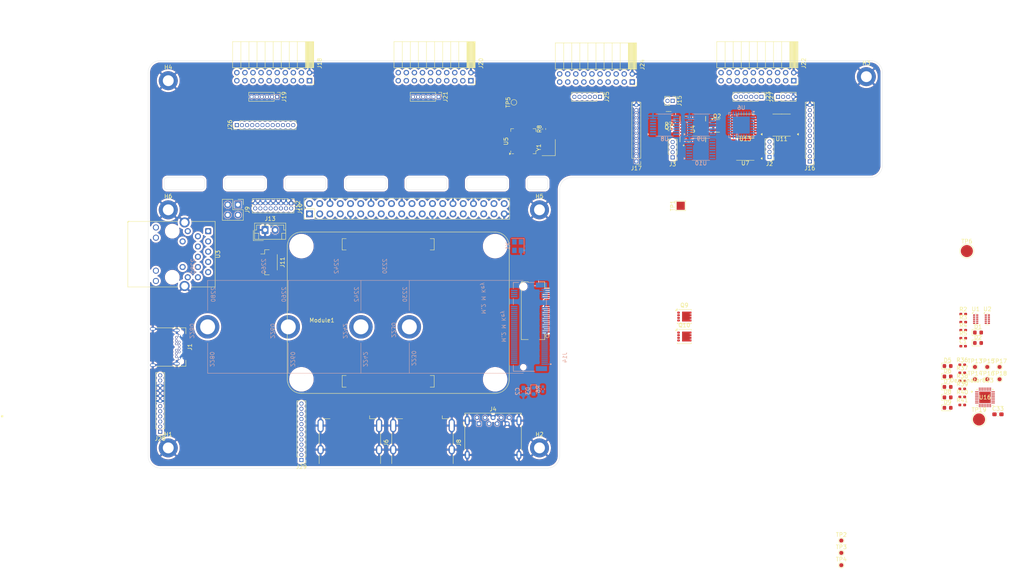
<source format=kicad_pcb>
(kicad_pcb (version 20240108) (generator "pcbnew") (generator_version "8.0")
  (layers (0 "F.Cu" signal) (1 "In1.Cu" power) (2 "In2.Cu" power) (3 "In3.Cu" power) (4 "In4.Cu" power) (31 "B.Cu" signal) (34 "B.Paste" user) (35 "F.Paste" user) (36 "B.SilkS" user "B.Silkscreen") (37 "F.SilkS" user "F.Silkscreen") (38 "B.Mask" user) (39 "F.Mask" user) (44 "Edge.Cuts" user))
  (net 0 "")
  (net 1 "GND")
  (net 2 "Net-(C1-Pad1)")
  (net 3 "+3.3V")
  (net 4 "/VBUS")
  (net 5 "/PD Controller/PFL")
  (net 6 "/PD Controller/PLUG_FLIP")
  (net 7 "/PD Controller/PEL")
  (net 8 "/PD Controller/PLUG_EVENT")
  (net 9 "/PD Controller/DAL")
  (net 10 "/PD Controller/DBG_ACC")
  (net 11 "/PD Controller/SINK_EN_N")
  (net 12 "/PD Controller/SEL")
  (net 13 "Net-(D1-K)")
  (net 14 "Net-(D2-K)")
  (net 15 "Net-(D3-K)")
  (net 16 "/PD Controller/CAP_MIS")
  (net 17 "/PD Controller/CPL")
  (net 18 "/PD Controller/CC1")
  (net 19 "/PD Controller/CC2")
  (net 20 "/PD Controller/VOUT")
  (net 22 "/CM5_HighSpeed/USB2_N")
  (net 23 "/CM5_HighSpeed/USB2_P")
  (net 25 "Net-(Q10-D)")
  (net 26 "Net-(Q9-G)")
  (net 27 "/CM5_HighSpeed/USB3-1-RX_N")
  (net 28 "/CM5_HighSpeed/USB3-1-RX_P")
  (net 29 "/CM5_HighSpeed/USB3-1-TX_N")
  (net 30 "/CM5_HighSpeed/USB3-1-TX_P")
  (net 31 "/CM5_HighSpeed/USB3-0-TX_N")
  (net 32 "/CM5_HighSpeed/USB3-0-RX_P")
  (net 33 "/CM5_HighSpeed/USB3-0-RX_N")
  (net 34 "/CM5_HighSpeed/USB3-0-D_N")
  (net 35 "/CM5_HighSpeed/USB3-0-D_P")
  (net 36 "/CM5_HighSpeed/USB3-0-TX_P")
  (net 37 "+5V")
  (net 38 "/SDA_INT")
  (net 39 "/CM5_GPIO ( Ethernet, GPIO, SDCARD)/CAM_GPIO0")
  (net 40 "/CM5_HighSpeed/DPHY0_D3_N")
  (net 41 "/CM5_HighSpeed/DPHY0_D2_N")
  (net 42 "/SCL_INT")
  (net 43 "/CM5_HighSpeed/DPHY0_D2_P")
  (net 44 "/CM5_HighSpeed/DPHY0_D1_P")
  (net 45 "/CM5_HighSpeed/DPHY0_D1_N")
  (net 46 "/CM5_HighSpeed/DPHY0_D3_P")
  (net 47 "/CM5_HighSpeed/DPHY0_D0_P")
  (net 48 "/CM5_HighSpeed/DPHY0_C_P")
  (net 49 "/CM5_HighSpeed/DPHY0_C_N")
  (net 50 "/CM5_GPIO ( Ethernet, GPIO, SDCARD)/CAM_GPIO1")
  (net 51 "/CM5_HighSpeed/DPHY0_D0_N")
  (net 52 "/CM5_HighSpeed/HDMI0_D1_N")
  (net 53 "/CM5_HighSpeed/HDMI0_SDA")
  (net 54 "/CM5_HighSpeed/HDMI0_SCL")
  (net 55 "/CM5_HighSpeed/HDMI0_HOTPLUG")
  (net 56 "/CM5_HighSpeed/HDMI0_CEC")
  (net 57 "/CM5_HighSpeed/HDMI0_CK_P")
  (net 58 "/CM5_HighSpeed/HDMI0_D0_N")
  (net 59 "/CM5_HighSpeed/HDMI0_D2_N")
  (net 60 "/CM5_HighSpeed/HDMI0_CK_N")
  (net 61 "/CM5_HighSpeed/HDMI0_D1_P")
  (net 62 "/CM5_HighSpeed/HDMI0_D2_P")
  (net 63 "/CM5_HighSpeed/HDMI0_D0_P")
  (net 64 "/CM5_GPIO ( Ethernet, GPIO, SDCARD)/ID_SCL")
  (net 65 "/CM5_HighSpeed/DPHY1_D3_N")
  (net 66 "/CM5_HighSpeed/DPHY1_D1_N")
  (net 67 "/CM5_HighSpeed/DPHY1_C_P")
  (net 68 "/CM5_HighSpeed/DPHY1_D3_P")
  (net 69 "/CM5_GPIO ( Ethernet, GPIO, SDCARD)/ID_SDA")
  (net 70 "/CM5_HighSpeed/DPHY1_D0_P")
  (net 71 "/CM5_HighSpeed/DPHY1_C_N")
  (net 72 "/CM5_HighSpeed/DPHY1_D1_P")
  (net 73 "/CM5_HighSpeed/DPHY1_D0_N")
  (net 74 "/CM5_HighSpeed/DPHY1_D2_N")
  (net 75 "/CM5_HighSpeed/DPHY1_D2_P")
  (net 76 "/CM5_HighSpeed/HDMI1_CK_P")
  (net 77 "/CM5_HighSpeed/HDMI1_D0_N")
  (net 78 "/CM5_HighSpeed/HDMI1_D1_P")
  (net 79 "/CM5_HighSpeed/HDMI1_CK_N")
  (net 80 "/CM5_HighSpeed/HDMI1_D0_P")
  (net 81 "/CM5_HighSpeed/HDMI1_SDA")
  (net 82 "/CM5_HighSpeed/HDMI1_D1_N")
  (net 83 "/CM5_HighSpeed/HDMI1_HOTPLUG")
  (net 84 "/CM5_HighSpeed/HDMI1_CEC")
  (net 85 "/CM5_HighSpeed/HDMI1_D2_P")
  (net 86 "/CM5_HighSpeed/HDMI1_SCL")
  (net 87 "/CM5_HighSpeed/HDMI1_D2_N")
  (net 88 "/CM5_GPIO ( Ethernet, GPIO, SDCARD)/TR1_TAP")
  (net 89 "/CM5_GPIO ( Ethernet, GPIO, SDCARD)/TR0_TAP")
  (net 90 "/CM5_GPIO ( Ethernet, GPIO, SDCARD)/TR3_TAP")
  (net 91 "/CM5_GPIO ( Ethernet, GPIO, SDCARD)/TR2_TAP")
  (net 92 "/CM5_GPIO ( Ethernet, GPIO, SDCARD)/BT_Dis")
  (net 93 "/CM5_GPIO ( Ethernet, GPIO, SDCARD)/WiFi_Dis")
  (net 94 "Net-(Q10-G)")
  (net 96 "/CM5_GPIO ( Ethernet, GPIO, SDCARD)/GPIO18")
  (net 97 "/SCL_GPIO")
  (net 98 "/CM5_GPIO ( Ethernet, GPIO, SDCARD)/GPIO23")
  (net 99 "/CM5_GPIO ( Ethernet, GPIO, SDCARD)/GPIO4")
  (net 100 "/CM5_GPIO ( Ethernet, GPIO, SDCARD)/GPIO6")
  (net 101 "/CM5_GPIO ( Ethernet, GPIO, SDCARD)/GPIO14")
  (net 102 "/CM5_GPIO ( Ethernet, GPIO, SDCARD)/GPIO26")
  (net 103 "/CM5_GPIO ( Ethernet, GPIO, SDCARD)/GPIO9")
  (net 104 "/CM5_GPIO ( Ethernet, GPIO, SDCARD)/GPIO25")
  (net 105 "/CM5_GPIO ( Ethernet, GPIO, SDCARD)/GPIO10")
  (net 106 "/CM5_GPIO ( Ethernet, GPIO, SDCARD)/GPIO8")
  (net 107 "/CM5_GPIO ( Ethernet, GPIO, SDCARD)/GPIO7")
  (net 108 "/CM5_GPIO ( Ethernet, GPIO, SDCARD)/GPIO13")
  (net 109 "/CM5_GPIO ( Ethernet, GPIO, SDCARD)/GPIO24")
  (net 110 "/CM5_GPIO ( Ethernet, GPIO, SDCARD)/GPIO15")
  (net 111 "/CM5_GPIO ( Ethernet, GPIO, SDCARD)/GPIO20")
  (net 112 "/CM5_GPIO ( Ethernet, GPIO, SDCARD)/GPIO17")
  (net 113 "/CM5_GPIO ( Ethernet, GPIO, SDCARD)/GPIO27")
  (net 114 "/CM5_GPIO ( Ethernet, GPIO, SDCARD)/GPIO11")
  (net 115 "/CM5_GPIO ( Ethernet, GPIO, SDCARD)/GPIO19")
  (net 116 "/SDA_GPIO")
  (net 117 "/CM5_GPIO ( Ethernet, GPIO, SDCARD)/GPIO12")
  (net 118 "/CM5_GPIO ( Ethernet, GPIO, SDCARD)/GPIO5")
  (net 119 "/CM5_GPIO ( Ethernet, GPIO, SDCARD)/GPIO21")
  (net 120 "/CM5_GPIO ( Ethernet, GPIO, SDCARD)/GPIO16")
  (net 121 "/CM5_GPIO ( Ethernet, GPIO, SDCARD)/GPIO22")
  (net 122 "/CM5_GPIO ( Ethernet, GPIO, SDCARD)/PWM")
  (net 123 "/CM5_GPIO ( Ethernet, GPIO, SDCARD)/TACHO")
  (net 124 "/CM5_GPIO ( Ethernet, GPIO, SDCARD)/VBAT")
  (net 125 "/CM5_GPIO ( Ethernet, GPIO, SDCARD)/EEPROM_nWP")
  (net 126 "/CM5_GPIO ( Ethernet, GPIO, SDCARD)/USBOTG")
  (net 127 "/CM5_GPIO ( Ethernet, GPIO, SDCARD)/PWR_BUT")
  (net 128 "/CM5_GPIO ( Ethernet, GPIO, SDCARD)/nRPIBOOT")
  (net 129 "/CM5_GPIO ( Ethernet, GPIO, SDCARD)/SYNC_OUT")
  (net 130 "/CM5_GPIO ( Ethernet, GPIO, SDCARD)/PMIC_ENABLE")
  (net 131 "/CM5_HighSpeed/PCIE_TX_N")
  (net 132 "/CM5_HighSpeed/PCIE_nRST")
  (net 133 "/CM5_HighSpeed/PCIE_CLK_N")
  (net 134 "/CM5_HighSpeed/PCIE_nWAKE")
  (net 135 "/CM5_HighSpeed/PCIE_nCLKREQ")
  (net 136 "/CM5_HighSpeed/PCIE_RX_P")
  (net 137 "/CM5_HighSpeed/PCIE_TX_P")
  (net 138 "/CM5_HighSpeed/PCIE_RX_N")
  (net 139 "/CM5_HighSpeed/PCIE_CLK_P")
  (net 140 "/IO Ports/VS+")
  (net 141 "/IO Ports/Mux 1/S1")
  (net 142 "/IO Ports/Mux 1/1:8 Mux9/OUT5")
  (net 143 "/IO Ports/Mux 1/S2")
  (net 144 "/IO Ports/Mux 1/1:8 Mux9/OUT2")
  (net 145 "/IO Ports/Mux 1/1:8 Mux9/OUT6")
  (net 146 "/IO Ports/Mux 1/1:8 Mux9/OUT3")
  (net 147 "/IO Ports/Mux 1/S0")
  (net 148 "/IO Ports/Mux 1/1:8 Mux9/OUT4")
  (net 149 "/IO Ports/Mux 1/~{EN}")
  (net 150 "/IO Ports/Mux 1/1:8 Mux9/OUT7")
  (net 151 "/IO Ports/Mux 2/1:8 Mux9/OUT4")
  (net 152 "/IO Ports/Mux 2/S0")
  (net 153 "/IO Ports/Mux 2/1:8 Mux9/OUT2")
  (net 154 "/IO Ports/Mux 2/1:8 Mux9/OUT6")
  (net 155 "/IO Ports/Mux 2/1:8 Mux9/OUT3")
  (net 156 "/IO Ports/Mux 2/~{EN}")
  (net 157 "/IO Ports/Mux 2/S2")
  (net 158 "/IO Ports/Mux 2/1:8 Mux9/OUT7")
  (net 159 "/IO Ports/Mux 2/S1")
  (net 160 "/IO Ports/Mux 2/1:8 Mux9/OUT5")
  (net 161 "/IO Ports/Port1P3")
  (net 162 "/IO Ports/Port1P1")
  (net 163 "/IO Ports/Port1P2")
  (net 164 "/IO Ports/Port2P1")
  (net 165 "/IO Ports/Port2P2")
  (net 166 "/IO Ports/Port2P3")
  (net 167 "/IO Ports/Port3P3")
  (net 168 "/IO Ports/Port3P2")
  (net 169 "/IO Ports/Port3P1")
  (net 170 "/IO Ports/Port4P3")
  (net 171 "/IO Ports/Port4P2")
  (net 172 "/IO Ports/Port4P1")
  (net 173 "/CM5_GPIO ( Ethernet, GPIO, SDCARD)/TRD3_N")
  (net 174 "/CM5_GPIO ( Ethernet, GPIO, SDCARD)/TRD2_N")
  (net 176 "/CM5_GPIO ( Ethernet, GPIO, SDCARD)/TRD3_P")
  (net 177 "/CM5_GPIO ( Ethernet, GPIO, SDCARD)/nPWR_LED")
  (net 178 "/CM5_GPIO ( Ethernet, GPIO, SDCARD)/SD_PWR_ON")
  (net 179 "/CM5_GPIO ( Ethernet, GPIO, SDCARD)/ETH_LEDG")
  (net 180 "/CM5_GPIO ( Ethernet, GPIO, SDCARD)/ETH_LEDY")
  (net 181 "+1V8")
  (net 182 "/CM5_GPIO ( Ethernet, GPIO, SDCARD)/TRD0_N")
  (net 183 "/CM5_GPIO ( Ethernet, GPIO, SDCARD)/TRD2_P")
  (net 187 "/CM5_GPIO ( Ethernet, GPIO, SDCARD)/TRD1_P")
  (net 188 "/CM5_HighSpeed/USB3-1-D_P")
  (net 189 "/IO Ports/Port1/D-")
  (net 190 "/IO Ports/Port1/D+")
  (net 191 "/CM5_HighSpeed/USB3-1-D_N")
  (net 192 "/CM5_GPIO ( Ethernet, GPIO, SDCARD)/TRD1_N")
  (net 196 "Net-(Module1A-LED_nACT)")
  (net 197 "/CM5_GPIO ( Ethernet, GPIO, SDCARD)/TRD0_P")
  (net 200 "/IO Ports/Multimeter/3.3EN")
  (net 201 "/IO Ports/VS-")
  (net 202 "/IO Ports/Multimeter/GNDEN")
  (net 203 "Net-(U3-LEDY_K)")
  (net 204 "Net-(U3-LEDG_K)")
  (net 205 "/PD Controller/PD_FAULT_IN")
  (net 206 "/PD Controller/LDO_3V3")
  (net 207 "/IO Ports/H13")
  (net 208 "/IO Ports/H14")
  (net 209 "/IO Ports/H15")
  (net 210 "/IO Ports/L13")
  (net 211 "/IO Ports/L14")
  (net 212 "/IO Ports/L15")
  (net 213 "/IO Ports/L12")
  (net 214 "/IO Ports/H12")
  (net 216 "/IO Ports/Port2/D+")
  (net 217 "/IO Ports/Port2/D-")
  (net 218 "/IO Ports/Port3/D+")
  (net 219 "/IO Ports/Port3/D-")
  (net 220 "/IO Ports/Mux 1/S3")
  (net 221 "/IO Ports/Mux 2/S3")
  (net 222 "/IO Ports/Mux 2/S4")
  (net 223 "/IO Ports/Mux 1/S4")
  (net 224 "/IO Ports/Mux 1/S5")
  (net 225 "/IO Ports/Mux 2/S5")
  (net 226 "/IO Ports/Mux 1/1:8 Mux2/IN")
  (net 227 "/IO Ports/Mux 1/1:8 Mux1/IN")
  (net 228 "/IO Ports/Mux 2/1:8 Mux2/IN")
  (net 229 "/IO Ports/Mux 2/1:8 Mux1/IN")
  (net 230 "/PD Controller/PPHV")
  (net 231 "/PD Controller/LDO_1V5")
  (net 232 "/IO Ports/Port4/D+")
  (net 233 "/IO Ports/Port4/D-")
  (net 262 "Net-(J14-SUSCLK)")
  (net 268 "Net-(J14-DAS{slash}~{DSS}{slash}~{LED1})")
  (net 276 "Net-(J15-Pin_2)")
  (net 277 "Net-(J18-Pin_9)")
  (net 278 "Net-(J18-Pin_11)")
  (net 279 "Net-(J18-Pin_15)")
  (net 280 "Net-(J18-Pin_13)")
  (net 281 "Net-(J18-Pin_19)")
  (net 282 "Net-(J18-Pin_17)")
  (net 283 "Net-(J20-Pin_11)")
  (net 284 "Net-(J20-Pin_15)")
  (net 285 "Net-(J20-Pin_13)")
  (net 286 "Net-(J20-Pin_9)")
  (net 287 "Net-(J20-Pin_17)")
  (net 288 "Net-(J20-Pin_19)")
  (net 289 "Net-(J22-Pin_17)")
  (net 290 "Net-(J22-Pin_9)")
  (net 291 "Net-(J22-Pin_15)")
  (net 292 "Net-(J22-Pin_13)")
  (net 293 "Net-(J22-Pin_11)")
  (net 294 "Net-(J22-Pin_19)")
  (net 295 "Net-(J24-Pin_19)")
  (net 296 "Net-(J24-Pin_17)")
  (net 297 "Net-(J24-Pin_13)")
  (net 298 "Net-(J24-Pin_11)")
  (net 299 "Net-(J24-Pin_15)")
  (net 300 "Net-(J24-Pin_9)")
  (net 301 "Net-(J27-Pin_2)")
  (net 302 "Net-(U5-RBIAS)")
  (net 303 "Net-(U5-OCS_N1)")
  (net 304 "Net-(U5-OCS_N2)")
  (net 305 "Net-(U5-OCS_N3)")
  (net 306 "Net-(U5-OCS_N4)")
  (net 322 "Net-(U5-XTALOUT)")
  (net 323 "Net-(U5-XTALIN{slash}CLKIN)")
  (footprint "Connector_PinHeader_1.27mm:PinHeader_1x12_P1.27mm_Vertical" (layer "F.Cu") (at 224 55 180)
    (property "Reference" "J16")
    (property "Value" "Conn_01x12_Pin")
  )
  (footprint "Package_DFN_QFN:QFN-36-1EP_6x6mm_P0.5mm_EP3.7x3.7mm" (layer "F.Cu") (at 153 50 90)
    (property "Reference" "U5")
    (property "Value" "USB2514B_Bi")
  )
  (footprint "Crystal:Crystal_SMD_Abracon_ABM8G-4Pin_3.2x2.5mm" (layer "F.Cu") (at 159.27 51.57 90)
    (property "Reference" "Y1")
    (property "Value" "ABM8-24.000MHZ-D1G-T")
  )
  (footprint "Connector_JST:JST_EH_B2B-EH-A_1x02_P2.50mm_Vertical" (layer "F.Cu") (at 89 72)
    (property "Reference" "J13")
    (property "Value" "RTC Connector")
  )
  (footprint "TestPoint:TestPoint_Pad_D1.0mm" (layer "F.Cu") (at 264.92 108.99)
    (property "Reference" "TP14")
    (property "Value" "TestPoint_Small")
  )
  (footprint "Package_TO_SOT_SMD:SOT-23" (layer "F.Cu") (at 201 46.2)
    (property "Reference" "Q2")
    (property "Value" "2N7002")
  )
  (footprint "Connector_JST:JST_SH_BM04B-SRSS-TB_1x04-1MP_P1.00mm_Vertical" (layer "F.Cu") (at 90 80 -90)
    (property "Reference" "J11")
    (property "Value" "JST_SHBM04B-SRSS-TB")
  )
  (footprint "Resistor_SMD:R_0402_1005Metric_Pad0.72x0.64mm_HandSolder" (layer "F.Cu") (at 158.15 46.97 90)
    (property "Reference" "R8")
    (property "Value" "12kΩ")
  )
  (footprint "TestPoint:TestPoint_Pad_D1.0mm" (layer "F.Cu") (at 150.67 40.37 90)
    (property "Reference" "TP5")
    (property "Value" "TestPoint_Small")
  )
  (footprint "Connector_PinHeader_1.27mm:PinHeader_1x06_P1.27mm_Vertical" (layer "F.Cu") (at 92 39 -90)
    (property "Reference" "J19")
    (property "Value" "Conn_01x06_Pin")
  )
  (footprint "Resistor_SMD:R_0402_1005Metric_Pad0.72x0.64mm_HandSolder" (layer "F.Cu") (at 261.77 111.38)
    (property "Reference" "R39")
    (property "Value" "50Ω")
  )
  (footprint "TestPoint:TestPoint_Pad_D3.0mm" (layer "F.Cu") (at 265.92 118.95)
    (property "Reference" "TP19")
    (property "Value" "TestPoint")
  )
  (footprint "Package_SON:VSON-8_3.3x3.3mm_P0.65mm_NexFET" (layer "F.Cu") (at 192.9 93.455)
    (property "Reference" "Q9")
    (property "Value" "CSD17577Q3A")
  )
  (footprint "TestPoint:TestPoint_Pad_D3.0mm" (layer "F.Cu") (at 262.91 77.22)
    (property "Reference" "TP6")
    (property "Value" "TestPoint")
  )
  (footprint "Package_SO:TSSOP-16_4.4x5mm_P0.65mm" (layer "F.Cu") (at 208 52 180)
    (property "Reference" "U7")
    (property "Value" "74HC4051")
  )
  (footprint "MountingHole:MountingHole_2.7mm_M2.5_DIN965_Pad" (layer "F.Cu") (at 65 67)
    (property "Reference" "H6")
    (property "Value" "MountingHole_Pad")
  )
  (footprint "Connector_PinSocket_2.00mm:PinSocket_2x10_P2.00mm_Horizontal" (layer "F.Cu") (at 180 35.325 -90)
    (property "Reference" "J24")
    (property "Value" "Conn_02x10_Odd_Even")
  )
  (footprint "Resistor_SMD:R_0402_1005Metric_Pad0.72x0.64mm_HandSolder" (layer "F.Cu") (at 261.77 105.41)
    (property "Reference" "R36")
    (property "Value" "50Ω")
  )
  (footprint "Package_SON:USON-10_2.5x1.0mm_P0.5mm" (layer "F.Cu") (at 267.99 94.095)
    (property "Reference" "U2")
    (property "Value" "TPD4EUSB30")
  )
  (footprint "Package_TO_SOT_SMD:SOT-23" (layer "F.Cu") (at 189 44.2 180)
    (property "Reference" "Q1")
    (property "Value" "2N7002")
  )
  (footprint "MountingHole:MountingHole_2.7mm_M2.5_DIN965_Pad" (layer "F.Cu") (at 238 34)
    (property "Reference" "H3")
    (property "Value" "MountingHole_Pad")
  )
  (footprint "LED_SMD:LED_0603_1608Metric" (layer "F.Cu") (at 265.68 100)
    (property "Reference" "D2")
    (property "Value" "LED Red")
  )
  (footprint "Package_SON:VSON-8_3.3x3.3mm_P0.65mm_NexFET" (layer "F.Cu") (at 192.9 98.4)
    (property "Reference" "Q10")
    (property "Value" "CSD17577Q3A")
  )
  (footprint "Package_SON:USON-10_2.5x1.0mm_P0.5mm" (layer "F.Cu") (at 265.095 94.095)
    (property "Reference" "U1")
    (property "Value" "TPD4EUSB30")
  )
  (footprint "MountingHole:MountingHole_2.7mm_M2.5_DIN965_Pad" (layer "F.Cu") (at 65 35)
    (property "Reference" "H4")
    (property "Value" "MountingHole_Pad")
  )
  (footprint "Resistor_SMD:R_0402_1005Metric_Pad0.72x0.64mm_HandSolder" (layer "F.Cu") (at 262.01 94.83)
    (property "Reference" "R3")
    (property "Value" "50Ω")
  )
  (footprint "Resistor_SMD:R_0402_1005Metric_Pad0.72x0.64mm_HandSolder" (layer "F.Cu") (at 189 47)
    (property "Reference" "R7")
    (property "Value" "50Ω")
  )
  (footprint "TestPoint:TestPoint_Pad_D1.0mm" (layer "F.Cu") (at 231.8 152.02)
    (property "Reference" "TP3")
    (property "Value" "TestPoint_Small")
  )
  (footprint "MountingHole:MountingHole_2.7mm_M2.5_DIN965_Pad" (layer "F.Cu") (at 65 126)
    (property "Reference" "H1")
    (property "Value" "MountingHole_Pad")
  )
  (footprint "Package_SO:TSSOP-16_4.4x5mm_P0.65mm" (layer "F.Cu") (at 217 46 180)
    (property "Reference" "U11")
    (property "Value" "74HC4051")
  )
  (footprint "TestPoint:TestPoint_Pad_D1.0mm" (layer "F.Cu") (at 264.92 105.94)
    (property "Reference" "TP13")
    (property "Value" "TestPoint_Small")
  )
  (footprint "MountingHole:MountingHole_2.7mm_M2.5_DIN965_Pad" (layer "F.Cu") (at 157 126)
    (property "Reference" "H2")
    (property "Value" "MountingHole_Pad")
  )
  (footprint "Capacitor_SMD:C_0603_1608Metric_Pad1.08x0.95mm_HandSolder" (layer "F.Cu") (at 270.62 117.68)
    (property "Reference" "C33")
    (property "Value" "4.7uF")
  )
  (footprint "Connector_PinHeader_1.27mm:PinHeader_1x04_P1.27mm_Vertical" (layer "F.Cu") (at 190 54 180)
    (property "Reference" "J3")
    (property "Value" "Conn_01x04_Pin")
  )
  (footprint "TestPoint:TestPoint_Pad_2.0x2.0mm" (layer "F.Cu") (at 192 66 90)
    (property "Reference" "TP1")
    (property "Value" "TestPoint")
  )
  (footprint "Connector_PinSocket_2.00mm:PinSocket_2x10_P2.00mm_Horizontal" (layer "F.Cu") (at 140 35 -90)
    (property "Reference" "J20")
    (property "Value" "Conn_02x10_Odd_Even")
  )
  (footprint "Connector_USB:USB_C_Receptacle_Amphenol_12401548E4-2A" (layer "F.Cu") (at 64 101 -90)
    (property "Reference" "J1")
    (property "Value" "USB_C_Receptacle_USB2.0")
  )
  (footprint "Connector_Video:HDMI_A_Molex_208658-1001_Horizontal" (layer "F.Cu") (at 110 123 -90)
    (property "Reference" "J6")
    (property "Value" "HDMI_A_1.4")
  )
  (footprint "Connector_PinHeader_1.27mm:PinHeader_1x12_P1.27mm_Vertical" (layer "F.Cu") (at 181 55 180)
    (property "Reference" "J17")
    (property "Value" "Conn_01x12_Pin")
  )
  (footprint "LED_SMD:LED_0603_1608Metric" (layer "F.Cu") (at 258.14 105.71)
    (property "Reference" "D5")
    (property "Value" "KT-0603R")
  )
  (footprint "Connector_PinHeader_1.27mm:PinHeader_1x12_P1.27mm_Vertical" (layer "F.Cu") (at 63 122 180)
    (property "Reference" "J28")
    (property "Value" "Conn_01x12_Pin")
  )
  (footprint "Connector_PinHeader_1.27mm:PinHeader_2x08_P1.27mm_Vertical" (layer "F.Cu") (at 95.45 65.375 -90)
    (property "Reference" "J12")
    (property "Value" "Conn_02x08_Odd_Even")
  )
  (footprint "TestPoint:TestPoint_Pad_D1.0mm" (layer "F.Cu") (at 231.8 155.07)
    (property "Reference" "TP4")
    (property "Value" "TestPoint_Small")
  )
  (footprint "Connector_PinSocket_2.00mm:PinSocket_2x10_P2.00mm_Horizontal" (layer "F.Cu") (at 100 35 -90)
    (property "Reference" "J18")
    (property "Value" "Conn_02x10_Odd_Even")
  )
  (footprint "Connector_PinHeader_1.27mm:PinHeader_1x02_P1.27mm_Vertical" (layer "F.Cu") (at 190 40 -90)
    (property "Reference" "J15")
    (property "Value" "Conn_01x02_Pin")
  )
  (footprint "Connector_PinHeader_1.27mm:PinHeader_1x04_P1.27mm_Vertical" (layer "F.Cu") (at 214 53.9 180)
    (property "Reference" "J2")
    (property "Value" "Conn_01x04_Pin")
  )
  (footprint "Resistor_SMD:R_0402_1005Metric_Pad0.72x0.64mm_HandSolder" (layer "F.Cu") (at 261.77 113.37)
    (property "Reference" "R40")
    (property "Value" "100kΩ")
  )
  (footprint "Connector_USB:USB3_A_Molex_48393-001" (layer "F.Cu") (at 142 120)
    (property "Reference" "J4")
    (property "Value" "USB3_A")
  )
  (footprint "LED_SMD:LED_0603_1608Metric" (layer "F.Cu") (at 258.14 108.3)
    (property "Reference" "D6")
    (property "Value" "KT-0603R")
  )
  (footprint "Library:VQFN15_DEK_TEX" (layer "F.Cu") (at 195 47 90)
    (property "Reference" "U4")
    (property "Value" "PINA780BIDEKR")
  )
  (footprint "TestPoint:TestPoint_Pad_D1.0mm" (layer "F.Cu") (at 271.02 108.99)
    (property "Reference" "TP18")
    (property "Value" "TestPoint_Small")
  )
  (footprint "TestPoint:TestPoint_Pad_D1.0mm" (layer "F.Cu") (at 267.97 105.94)
    (property "Reference" "TP15")
    (property "Value" "TestPoint_Small")
  )
  (footprint "Connector_PinHeader_1.27mm:PinHeader_1x12_P1.27mm_Vertical" (layer "F.Cu") (at 98 129 180)
    (property "Reference" "J29")
    (property "Value" "Conn_01x12_Pin")
  )
  (footprint "Connector_PinHeader_2.54mm:PinHeader_2x02_P2.54mm_Vertical" (layer "F.Cu") (at 82.275 65.725 -90)
    (property "Reference" "J9")
    (property "Value" "THD-02-R")
  )
  (footprint "TestPoint:TestPoint_Pad_D1.0mm" (layer "F.Cu") (at 267.97 108.99)
    (property "Reference" "TP16")
    (property "Value" "TestPoint_Small")
  )
  (footprint "CM5IO:TRJG0926HENL" (layer "F.Cu") (at 66 78 -90)
    (property "Reference" "U3")
    (property "Value" "MagJack-A70-112-331N126")
  )
  (footprint "Connector_PinSocket_2.00mm:PinSocket_2x10_P2.00mm_Horizontal" (layer "F.Cu") (at 220 35 -90)
    (property "Reference" "J22")
    (property "Value" "Conn_02x10_Odd_Even")
  )
  (footprint "Connector_PinHeader_1.27mm:PinHeader_1x06_P1.27mm_Vertical" (layer "F.Cu") (at 212 39 -90)
    (property "Reference" "J23")
    (property "Value" "Conn_01x06_Pin")
  )
  (footprint "TestPoint:TestPoint_Pad_D1.0mm" (layer "F.Cu") (at 271.02 105.94)
    (property "Reference" "TP17")
    (property "Value" "TestPoint_Small")
  )
  (footprint "Resistor_SMD:R_0402_1005Metric_Pad0.72x0.64mm_HandSolder" (layer "F.Cu") (at 262.01 98.81)
    (property "Reference" "R5")
    (property "Value" "470Ω")
  )
  (footprint "Connector_PinHeader_1.27mm:PinHeader_1x06_P1.27mm_Vertical" (layer "F.Cu") (at 172 39 -90)
    (property "Reference" "J25")
    (property "Value" "Conn_01x06_Pin")
  )
  (footprint "Resistor_SMD:R_0402_1005Metric_Pad0.72x0.64mm_HandSolder" (layer "F.Cu") (at 262.01 96.82)
    (property "Reference" "R4")
    (property "Value" "470Ω")
  )
  (footprint "LED_SMD:LED_0603_1608Metric" (layer "F.Cu") (at 258.14 116.07)
    (property "Reference" "D9")
    (property "Value" "KT-0603R")
  )
  (footprint "CM5IO:Hirose_FH12-22S-0.5SH_1x22-1MP_P0.50mm_Horizontal" (layer "F.Cu") (at 157 92 -90)
    (property "Reference" "J5")
    (property "Value" "Conn_01x22_Female")
  )
  (footprint "MountingHole:MountingHole_2.7mm_M2.5_DIN965_Pad" (layer "F.Cu") (at 157 67)
    (property "Reference" "H5")
    (property "Value" "MountingHole_Pad")
  )
  (footprint "Resistor_SMD:R_0402_1005Metric_Pad0.72x0.64mm_HandSolder" (layer "F.Cu") (at 261.77 109.39)
    (property "Reference" "R38")
    (property "Value" "50Ω")
  )
  (footprint "Capacitor_SMD:C_0402_1005Metric_Pad0.74x0.62mm_HandSolder" (layer "F.Cu") (at 261.99 100.79)
    (property "Reference" "C1")
    (property "Value" "100nF")
  )
  (footprint "Library:RSM0032B-IPC_A" (layer "F.Cu") (at 267.401065 113.471063)
    (property "Reference" "U16")
    (property "Value" "TPS25730SRSMR")
  )
  (footprint "Resistor_SMD:R_0402_1005Metric_Pad0.72x0.64mm_HandSolder" (layer "F.Cu") (at 261.77 115.36)
    (property "Reference" "R41")
    (property "Value" "50Ω")
  )
  (footprint "Package_SO:TSSOP-16_4.4x5mm_P0.65mm" (layer "F.Cu") (at 208 46 180)
    (property "Reference" "U13")
    (property "Value" "74HC4051")
  )
  (footprint "Connector_PinHeader_1.27mm:PinHeader_1x04_P1.27mm_Vertical" (layer "F.Cu") (at 216.1 39 90)
    (property "Reference" "J27")
    (property "Value" "Conn_01x04_Pin")
  )
  (footprint "Connector_PinHeader_1.27mm:PinHeader_1x12_P1.27mm_Vertical" (layer "F.Cu") (at 82 46 90)
    (property "Reference" "J26")
    (property "Value" "Conn_01x12_Pin")
  )
  (footprint "Resistor_SMD:R_0402_1005Metric_Pad0.72x0.64mm_HandSolder" (layer "F.Cu") (at 261.77 107.4)
    (property "Reference" "R37")
    (property "Value" "50Ω")
  )
  (footprint "LED_SMD:LED_0603_1608Metric" (layer "F.Cu") (at 258.14 110.89)
    (property "Reference" "D7")
    (property "Value" "KT-0603R")
  )
  (footprint "Connector_Video:HDMI_A_Molex_208658-1001_Horizontal" (layer "F.Cu") (at 128 123 -90)
    (property "Reference" "J8")
    (property "Value" "HDMI_A_1.4")
  )
  (footprint "Connector_PinHeader_1.27mm:PinHeader_1x06_P1.27mm_Vertical" (layer "F.Cu") (at 132 39 -90)
    (property "Reference" "J21")
    (property "Value" "Conn_01x06_Pin")
  )
  (footprint "Resistor_SMD:R_0402_1005Metric_Pad0.72x0.64mm_HandSolder" (layer "F.Cu") (at 262.01 92.84)
    (property "Reference" "R2")
    (property "Value" "1kΩ")
  )
  (footprint "LED_SMD:LED_0603_1608Metric" (layer "F.Cu") (at 258.14 113.48)
    (property "Reference" "D8")
    (property "Value" "KT-0603R")
  )
  (footprint "LED_SMD:LED_0603_1608Metric" (layer "F.Cu") (at 265.68 97.41)
    (property "Reference" "D1")
    (property "Value" "LED Green")
  )
  (footprint "TestPoint:TestPoint_Pad_D1.0mm" (layer "F.Cu") (at 231.8 148.97)
    (property "Reference" "TP2")
    (property "Value" "TestPoint_Small")
  )
  (footprint "Connector_PinHeader_2.54mm:PinHeader_2x20_P2.54mm_Vertical" (layer "F.Cu") (at 100 68 90)
    (property "Reference" "J10")
    (property "Value" "Raspberry_Pi_2_3")
  )
  (footprint "CM5IO:Raspberry-Pi-5-Compute-Module" (layer "F.Cu") (at 98 76 -90)
    (property "Reference" "Module1")
    (property "Value" "ComputeModule5-CM5")
  )
  (footprint "LED_SMD:LED_0603_1608Metric" (layer "B.Cu") (at 155.55 111.87 -90)
    (property "Reference" "D3")
    (property "Value" "LED Green")
  )
  (footprint "Package_DFN_QFN:QFN-28-1EP_6x6mm_P0.65mm_EP4.25x4.25mm" (layer "B.Cu") (at 207 46 180)
    (property "Reference" "U6")
    (property "Value" "MCP23017_ML")
  )
  (footprint "Package_SO:TSSOP-16_4.4x5mm_P0.65mm" (layer "B.Cu") (at 197 46)
    (property "Reference" "U9")
    (property "Value" "74HC4051")
  )
  (footprint "Package_SO:TSSOP-16_4.4x5mm_P0.65mm" (layer "B.Cu") (at 188 46)
    (property "Reference" "U8")
    (property "Value" "74HC4051")
  )
  (footprint "Package_SO:TSSOP-16_4.4x5mm_P0.65mm" (layer "B.Cu") (at 197 52)
    (property "Reference" "U10")
    (property "Value" "74HC4051")
  )
  (footprint "CM5IO:M.2 M Key socket" (layer "B.Cu") (at 153 96 90)
    (property "Reference" "J14")
    (property "Value" "Bus_M.2_Socket_M")
  )
  (footprint "Oscillator:Oscillator_SMD_Abracon_ASE-4Pin_3.2x2.5mm" (layer "B.Cu") (at 151.6 76 -90)
    (property "Reference" "X1")
    (property "Value" "ASEK-32.768KHZ-L-R-T")
  )
  (footprint "Resistor_SMD:R_0402_1005Metric_Pad0.72x0.64mm_HandSolder" (layer "B.Cu") (at 157.84 111.45 -90)
    (property "Reference" "R6")
    (property "Value" "1k")
  )
  (footprint "Capacitor_SMD:C_0603_1608Metric_Pad1.08x0.95mm_HandSolder" (layer "B.Cu") (at 153 112 -90)
    (property "Reference" "C2")
    (property "Value" "100nF")
  )
  (gr_arc (start 124.75 62) (mid 124.21967 61.78033) (end 124 61.25) (stroke (width 0.05)) (layer "Edge.Cuts"))
  (gr_arc (start 162 62) (mid 162.87868 59.87868) (end 165 59) (stroke (width 0.05)) (layer "Edge.Cuts"))
  (gr_line (start 118.25 62) (end 109.75 62) (stroke (width 0.05)) (layer "Edge.Cuts"))
  (gr_arc (start 154 59.75) (mid 154.21967 59.21967) (end 154.75 59) (stroke (width 0.05)) (layer "Edge.Cuts"))
  (gr_arc (start 119 61.25) (mid 118.78033 61.78033) (end 118.25 62) (stroke (width 0.05)) (layer "Edge.Cuts"))
  (gr_arc (start 134 61.25) (mid 133.78033 61.78033) (end 133.25 62) (stroke (width 0.05)) (layer "Edge.Cuts"))
  (gr_arc (start 109 59.75) (mid 109.21967 59.21967) (end 109.75 59) (stroke (width 0.05)) (layer "Edge.Cuts"))
  (gr_arc (start 73.25 59) (mid 73.78033 59.21967) (end 74 59.75) (stroke (width 0.05)) (layer "Edge.Cuts"))
  (gr_line (start 64.75 59) (end 73.25 59) (stroke (width 0.05)) (layer "Edge.Cuts"))
  (gr_arc (start 139.75 62) (mid 139.21967 61.78033) (end 139 61.25) (stroke (width 0.05)) (layer "Edge.Cuts"))
  (gr_line (start 109 59.75) (end 109 61.25) (stroke (width 0.05)) (layer "Edge.Cuts"))
  (gr_line (start 60 128) (end 60 33) (stroke (width 0.05)) (layer "Edge.Cuts"))
  (gr_line (start 158.25 62) (end 154.75 62) (stroke (width 0.05)) (layer "Edge.Cuts"))
  (gr_arc (start 79 59.75) (mid 79.21967 59.21967) (end 79.75 59) (stroke (width 0.05)) (layer "Edge.Cuts"))
  (gr_arc (start 109.75 62) (mid 109.21967 61.78033) (end 109 61.25) (stroke (width 0.05)) (layer "Edge.Cuts"))
  (gr_arc (start 162 128) (mid 161.12132 130.12132) (end 159 131) (stroke (width 0.05)) (layer "Edge.Cuts"))
  (gr_arc (start 74 61.25) (mid 73.78033 61.78033) (end 73.25 62) (stroke (width 0.05)) (layer "Edge.Cuts"))
  (gr_line (start 124 59.75) (end 124 61.25) (stroke (width 0.05)) (layer "Edge.Cuts"))
  (gr_line (start 104 59.75) (end 104 61.25) (stroke (width 0.05)) (layer "Edge.Cuts"))
  (gr_arc (start 139 59.75) (mid 139.21967 59.21967) (end 139.75 59) (stroke (width 0.05)) (layer "Edge.Cuts"))
  (gr_line (start 134 59.75) (end 134 61.25) (stroke (width 0.05)) (layer "Edge.Cuts"))
  (gr_line (start 79 59.75) (end 79 61.25) (stroke (width 0.05)) (layer "Edge.Cuts"))
  (gr_arc (start 239 30) (mid 241.12132 30.87868) (end 242 33) (stroke (width 0.05)) (layer "Edge.Cuts"))
  (gr_arc (start 60 33) (mid 60.87868 30.87868) (end 63 30) (stroke (width 0.05)) (layer "Edge.Cuts"))
  (gr_arc (start 159 61.25) (mid 158.78033 61.78033) (end 158.25 62) (stroke (width 0.05)) (layer "Edge.Cuts"))
  (gr_arc (start 148.25 59) (mid 148.78033 59.21967) (end 149 59.75) (stroke (width 0.05)) (layer "Edge.Cuts"))
  (gr_line (start 89 59.75) (end 89 61.25) (stroke (width 0.05)) (layer "Edge.Cuts"))
  (gr_arc (start 103.25 59) (mid 103.78033 59.21967) (end 104 59.75) (stroke (width 0.05)) (layer "Edge.Cuts"))
  (gr_arc (start 124 59.75) (mid 124.21967 59.21967) (end 124.75 59) (stroke (width 0.05)) (layer "Edge.Cuts"))
  (gr_line (start 124.75 59) (end 133.25 59) (stroke (width 0.05)) (layer "Edge.Cuts"))
  (gr_arc (start 154.75 62) (mid 154.21967 61.78033) (end 154 61.25) (stroke (width 0.05)) (layer "Edge.Cuts"))
  (gr_line (start 154 59.75) (end 154 61.25) (stroke (width 0.05)) (layer "Edge.Cuts"))
  (gr_line (start 73.25 62) (end 64.75 62) (stroke (width 0.05)) (layer "Edge.Cuts"))
  (gr_line (start 94 59.75) (end 94 61.25) (stroke (width 0.05)) (layer "Edge.Cuts"))
  (gr_line (start 242 33) (end 242 56) (stroke (width 0.05)) (layer "Edge.Cuts"))
  (gr_arc (start 158.25 59) (mid 158.78033 59.21967) (end 159 59.75) (stroke (width 0.05)) (layer "Edge.Cuts"))
  (gr_line (start 139 59.75) (end 139 61.25) (stroke (width 0.05)) (layer "Edge.Cuts"))
  (gr_arc (start 64.75 62) (mid 64.21967 61.78033) (end 64 61.25) (stroke (width 0.05)) (layer "Edge.Cuts"))
  (gr_arc (start 118.25 59) (mid 118.78033 59.21967) (end 119 59.75) (stroke (width 0.05)) (layer "Edge.Cuts"))
  (gr_line (start 139.75 59) (end 148.25 59) (stroke (width 0.05)) (layer "Edge.Cuts"))
  (gr_line (start 162 62) (end 162 128) (stroke (width 0.05)) (layer "Edge.Cuts"))
  (gr_line (start 64 61.25) (end 64 59.75) (stroke (width 0.05)) (layer "Edge.Cuts"))
  (gr_line (start 88.25 62) (end 79.75 62) (stroke (width 0.05)) (layer "Edge.Cuts"))
  (gr_line (start 154.75 59) (end 158.25 59) (stroke (width 0.05)) (layer "Edge.Cuts"))
  (gr_line (start 63 30) (end 239 30) (stroke (width 0.05)) (layer "Edge.Cuts"))
  (gr_line (start 103.25 62) (end 94.75 62) (stroke (width 0.05)) (layer "Edge.Cuts"))
  (gr_line (start 119 59.75) (end 119 61.25) (stroke (width 0.05)) (layer "Edge.Cuts"))
  (gr_line (start 133.25 62) (end 124.75 62) (stroke (width 0.05)) (layer "Edge.Cuts"))
  (gr_arc (start 104 61.25) (mid 103.78033 61.78033) (end 103.25 62) (stroke (width 0.05)) (layer "Edge.Cuts"))
  (gr_line (start 74 59.75) (end 74 61.25) (stroke (width 0.05)) (layer "Edge.Cuts"))
  (gr_line (start 239 59) (end 165 59) (stroke (width 0.05)) (layer "Edge.Cuts"))
  (gr_line (start 94.75 59) (end 103.25 59) (stroke (width 0.05)) (layer "Edge.Cuts"))
  (gr_line (start 149 59.75) (end 149 61.25) (stroke (width 0.05)) (layer "Edge.Cuts"))
  (gr_arc (start 63 131) (mid 60.87868 130.12132) (end 60 128) (stroke (width 0.05)) (layer "Edge.Cuts"))
  (gr_arc (start 242 56) (mid 241.12132 58.12132) (end 239 59) (stroke (width 0.05)) (layer "Edge.Cuts"))
  (gr_line (start 79.75 59) (end 88.25 59) (stroke (width 0.05)) (layer "Edge.Cuts"))
  (gr_line (start 159 131) (end 63 131) (stroke (width 0.05)) (layer "Edge.Cuts"))
  (gr_line (start 109.75 59) (end 118.25 59) (stroke (width 0.05)) (layer "Edge.Cuts"))
  (gr_arc (start 94.75 62) (mid 94.21967 61.78033) (end 94 61.25) (stroke (width 0.05)) (layer "Edge.Cuts"))
  (gr_arc (start 64 59.75) (mid 64.21967 59.21967) (end 64.75 59) (stroke (width 0.05)) (layer "Edge.Cuts"))
  (gr_arc (start 94 59.75) (mid 94.21967 59.21967) (end 94.75 59) (stroke (width 0.05)) (layer "Edge.Cuts"))
  (gr_arc (start 133.25 59) (mid 133.78033 59.21967) (end 134 59.75) (stroke (width 0.05)) (layer "Edge.Cuts"))
  (gr_arc (start 89 61.25) (mid 88.78033 61.78033) (end 88.25 62) (stroke (width 0.05)) (layer "Edge.Cuts"))
  (gr_line (start 148.25 62) (end 139.75 62) (stroke (width 0.05)) (layer "Edge.Cuts"))
  (gr_arc (start 79.75 62) (mid 79.21967 61.78033) (end 79 61.25) (stroke (width 0.05)) (layer "Edge.Cuts"))
  (gr_arc (start 88.25 59) (mid 88.78033 59.21967) (end 89 59.75) (stroke (width 0.05)) (layer "Edge.Cuts"))
  (gr_line (start 159 61.25) (end 159 59.75) (stroke (width 0.05)) (layer "Edge.Cuts"))
  (gr_arc (start 149 61.25) (mid 148.78033 61.78033) (end 148.25 62) (stroke (width 0.05)) (layer "Edge.Cuts"))
  (gr_text "2260" (at 89.25 79 90) (layer "B.SilkS") (effects (font (size 1 1) (thickness 0.1)) (justify left bottom mirror)))
  (gr_text "2242" (at 108.25 99 -90) (layer "B.SilkS") (effects (font (size 1 1) (thickness 0.1)) (justify left bottom mirror)))
  (gr_text "2280" (at 71.75 79 90) (layer "B.SilkS") (effects (font (size 1 1) (thickness 0.1)) (justify left bottom mirror)))
  (gr_text "M.2 M Key" (at 142.5 92.9 -90) (layer "B.SilkS") (effects (font (size 1 1) (thickness 0.1)) (justify left bottom mirror)))
  (gr_text "2260" (at 90.25 99 -90) (layer "B.SilkS") (effects (font (size 1 1) (thickness 0.1)) (justify left bottom mirror)))
  (gr_text "2242" (at 107.25 79 90) (layer "B.SilkS") (effects (font (size 1 1) (thickness 0.1)) (justify left bottom mirror)))
  (gr_text "2230" (at 120.25 98.75 -90) (layer "B.SilkS") (effects (font (size 1 1) (thickness 0.1)) (justify left bottom mirror)))
  (gr_text "2230" (at 119.25 79 90) (layer "B.SilkS") (effects (font (size 1 1) (thickness 0.1)) (justify left bottom mirror)))
  (gr_text "2280" (at 70.25 99 -90) (layer "B.SilkS") (effects (font (size 1 1) (thickness 0.1)) (justify left bottom mirror)))
  (gr_text "*" (at 24.149685 118.1686 90) (layer "F.SilkS") (effects (font (size 1 1))))
  (gr_text "*" (at 24.149685 118.1686 90) (layer "F.SilkS") (effects (font (size 1 1))))
  (segment (start 65.6 125.4) (end 65 126) (width 0.5) (layer "B.Cu") (net 1))
  (zone (net 1) (net_name "GND") (layers "F.Cu" "In1.Cu" "In4.Cu" "B.Cu") (connect_pads (clearance 0.5)) (min_thickness 0.25) (fill yes (thermal_gap 0.5) (thermal_bridge_width 0.5))
    (polygon (pts (xy 60 30) (xy 60 131) (xy 162 131) (xy 162 63) (xy 166 59) (xy 242 59) (xy 242 30)))
  )
)
</source>
